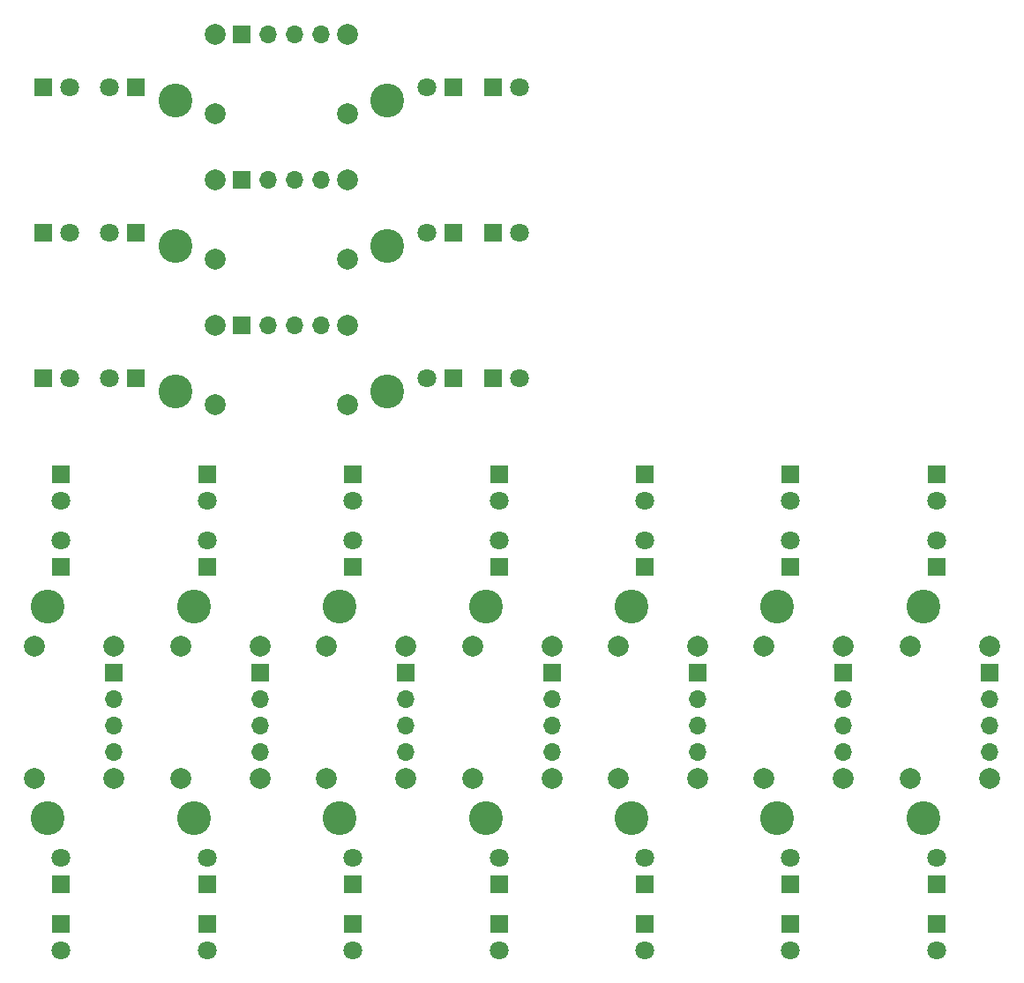
<source format=gbs>
%MOIN*%
%OFA0B0*%
%FSLAX46Y46*%
%IPPOS*%
%LPD*%
%ADD10C,0.0039370078740157488*%
%ADD11R,0.070866141732283464X0.070866141732283464*%
%ADD12C,0.070866141732283464*%
%ADD13C,0.12795275590551181*%
%ADD14C,0.07874015748031496*%
%ADD15R,0.066929133858267723X0.066929133858267723*%
%ADD16O,0.066929133858267723X0.066929133858267723*%
%ADD27C,0.0039370078740157488*%
%ADD28R,0.070866141732283464X0.070866141732283464*%
%ADD29C,0.070866141732283464*%
%ADD30C,0.12795275590551181*%
%ADD31C,0.07874015748031496*%
%ADD32R,0.066929133858267723X0.066929133858267723*%
%ADD33O,0.066929133858267723X0.066929133858267723*%
%ADD34C,0.0039370078740157488*%
%ADD35R,0.070866141732283464X0.070866141732283464*%
%ADD36C,0.070866141732283464*%
%ADD37C,0.12795275590551181*%
%ADD38C,0.07874015748031496*%
%ADD39R,0.066929133858267723X0.066929133858267723*%
%ADD40O,0.066929133858267723X0.066929133858267723*%
%ADD41C,0.0039370078740157488*%
%ADD42R,0.070866141732283464X0.070866141732283464*%
%ADD43C,0.070866141732283464*%
%ADD44C,0.12795275590551181*%
%ADD45C,0.07874015748031496*%
%ADD46R,0.066929133858267723X0.066929133858267723*%
%ADD47O,0.066929133858267723X0.066929133858267723*%
%ADD48C,0.0039370078740157488*%
%ADD49R,0.070866141732283464X0.070866141732283464*%
%ADD50C,0.070866141732283464*%
%ADD51C,0.12795275590551181*%
%ADD52C,0.07874015748031496*%
%ADD53R,0.066929133858267723X0.066929133858267723*%
%ADD54O,0.066929133858267723X0.066929133858267723*%
%ADD55C,0.0039370078740157488*%
%ADD56R,0.070866141732283464X0.070866141732283464*%
%ADD57C,0.070866141732283464*%
%ADD58C,0.12795275590551181*%
%ADD59C,0.07874015748031496*%
%ADD60R,0.066929133858267723X0.066929133858267723*%
%ADD61O,0.066929133858267723X0.066929133858267723*%
%ADD62C,0.0039370078740157488*%
%ADD63R,0.070866141732283464X0.070866141732283464*%
%ADD64C,0.070866141732283464*%
%ADD65C,0.12795275590551181*%
%ADD66C,0.07874015748031496*%
%ADD67R,0.066929133858267723X0.066929133858267723*%
%ADD68O,0.066929133858267723X0.066929133858267723*%
%ADD69C,0.0039370078740157488*%
%ADD70R,0.070866141732283464X0.070866141732283464*%
%ADD71C,0.070866141732283464*%
%ADD72C,0.12795275590551181*%
%ADD73C,0.07874015748031496*%
%ADD74R,0.066929133858267723X0.066929133858267723*%
%ADD75O,0.066929133858267723X0.066929133858267723*%
%ADD76C,0.0039370078740157488*%
%ADD77R,0.070866141732283464X0.070866141732283464*%
%ADD78C,0.070866141732283464*%
%ADD79C,0.12795275590551181*%
%ADD80C,0.07874015748031496*%
%ADD81R,0.066929133858267723X0.066929133858267723*%
%ADD82O,0.066929133858267723X0.066929133858267723*%
%ADD83C,0.0039370078740157488*%
%ADD84R,0.070866141732283464X0.070866141732283464*%
%ADD85C,0.070866141732283464*%
%ADD86C,0.12795275590551181*%
%ADD87C,0.07874015748031496*%
%ADD88R,0.066929133858267723X0.066929133858267723*%
%ADD89O,0.066929133858267723X0.066929133858267723*%
G01*
D10*
D11*
X-0005849999Y0004500000D02*
X0000175000Y0000200000D03*
D12*
X0000175000Y0000100000D03*
D11*
X0000175000Y0000350000D03*
D12*
X0000175000Y0000450000D03*
D13*
X0000125000Y0000600000D03*
X0000125000Y0001400000D03*
D14*
X0000375000Y0001250000D03*
X0000075000Y0001250000D03*
X0000075000Y0000750000D03*
X0000375000Y0000750000D03*
D15*
X0000375000Y0001150000D03*
D16*
X0000375000Y0001050000D03*
X0000375000Y0000950000D03*
X0000375000Y0000850000D03*
D11*
X0000175000Y0001550000D03*
D12*
X0000175000Y0001650000D03*
D11*
X0000175000Y0001900000D03*
D12*
X0000175000Y0001800000D03*
G04 next file*
G04 #@! TF.FileFunction,Soldermask,Bot*
G04 Gerber Fmt 4.6, Leading zero omitted, Abs format (unit mm)*
G04 Created by KiCad (PCBNEW 4.0.7) date 09/15/19 19:52:21*
G01*
G04 APERTURE LIST*
G04 APERTURE END LIST*
D27*
D28*
X-0002492126Y-0003763385D02*
X0001807873Y0002261614D03*
D29*
X0001907873Y0002261614D03*
D28*
X0001657873Y0002261614D03*
D29*
X0001557873Y0002261614D03*
D30*
X0001407873Y0002211614D03*
X0000607873Y0002211614D03*
D31*
X0000757873Y0002461614D03*
X0000757873Y0002161614D03*
X0001257873Y0002161614D03*
X0001257873Y0002461614D03*
D32*
X0000857873Y0002461614D03*
D33*
X0000957873Y0002461614D03*
X0001057873Y0002461614D03*
X0001157873Y0002461614D03*
D28*
X0000457873Y0002261614D03*
D29*
X0000357873Y0002261614D03*
D28*
X0000107873Y0002261614D03*
D29*
X0000207873Y0002261614D03*
G04 next file*
G04 #@! TF.FileFunction,Soldermask,Bot*
G04 Gerber Fmt 4.6, Leading zero omitted, Abs format (unit mm)*
G04 Created by KiCad (PCBNEW 4.0.7) date 09/15/19 19:52:21*
G01*
G04 APERTURE LIST*
G04 APERTURE END LIST*
D34*
D35*
X-0002492126Y-0003212204D02*
X0001807873Y0002812795D03*
D36*
X0001907873Y0002812795D03*
D35*
X0001657873Y0002812795D03*
D36*
X0001557873Y0002812795D03*
D37*
X0001407873Y0002762795D03*
X0000607873Y0002762795D03*
D38*
X0000757873Y0003012795D03*
X0000757873Y0002712795D03*
X0001257873Y0002712795D03*
X0001257873Y0003012795D03*
D39*
X0000857873Y0003012795D03*
D40*
X0000957873Y0003012795D03*
X0001057873Y0003012795D03*
X0001157873Y0003012795D03*
D35*
X0000457873Y0002812795D03*
D36*
X0000357873Y0002812795D03*
D35*
X0000107873Y0002812795D03*
D36*
X0000207873Y0002812795D03*
G04 next file*
G04 #@! TF.FileFunction,Soldermask,Bot*
G04 Gerber Fmt 4.6, Leading zero omitted, Abs format (unit mm)*
G04 Created by KiCad (PCBNEW 4.0.7) date 09/15/19 19:52:21*
G01*
G04 APERTURE LIST*
G04 APERTURE END LIST*
D41*
D42*
X-0002492126Y-0002661023D02*
X0001807873Y0003363976D03*
D43*
X0001907873Y0003363976D03*
D42*
X0001657873Y0003363976D03*
D43*
X0001557873Y0003363976D03*
D44*
X0001407873Y0003313976D03*
X0000607873Y0003313976D03*
D45*
X0000757873Y0003563976D03*
X0000757873Y0003263976D03*
X0001257873Y0003263976D03*
X0001257873Y0003563976D03*
D46*
X0000857873Y0003563976D03*
D47*
X0000957873Y0003563976D03*
X0001057873Y0003563976D03*
X0001157873Y0003563976D03*
D42*
X0000457873Y0003363976D03*
D43*
X0000357873Y0003363976D03*
D42*
X0000107873Y0003363976D03*
D43*
X0000207873Y0003363976D03*
G04 next file*
G04 #@! TF.FileFunction,Soldermask,Bot*
G04 Gerber Fmt 4.6, Leading zero omitted, Abs format (unit mm)*
G04 Created by KiCad (PCBNEW 4.0.7) date 09/15/19 19:52:21*
G01*
G04 APERTURE LIST*
G04 APERTURE END LIST*
D48*
D49*
X-0005298818Y0004500000D02*
X0000726181Y0000200000D03*
D50*
X0000726181Y0000100000D03*
D49*
X0000726181Y0000350000D03*
D50*
X0000726181Y0000450000D03*
D51*
X0000676181Y0000600000D03*
X0000676181Y0001400000D03*
D52*
X0000926181Y0001250000D03*
X0000626181Y0001250000D03*
X0000626181Y0000750000D03*
X0000926181Y0000750000D03*
D53*
X0000926181Y0001150000D03*
D54*
X0000926181Y0001050000D03*
X0000926181Y0000950000D03*
X0000926181Y0000850000D03*
D49*
X0000726181Y0001550000D03*
D50*
X0000726181Y0001650000D03*
D49*
X0000726181Y0001900000D03*
D50*
X0000726181Y0001800000D03*
G04 next file*
G04 #@! TF.FileFunction,Soldermask,Bot*
G04 Gerber Fmt 4.6, Leading zero omitted, Abs format (unit mm)*
G04 Created by KiCad (PCBNEW 4.0.7) date 09/15/19 19:52:21*
G01*
G04 APERTURE LIST*
G04 APERTURE END LIST*
D55*
D56*
X-0004747637Y0004500000D02*
X0001277362Y0000200000D03*
D57*
X0001277362Y0000100000D03*
D56*
X0001277362Y0000350000D03*
D57*
X0001277362Y0000450000D03*
D58*
X0001227362Y0000600000D03*
X0001227362Y0001400000D03*
D59*
X0001477362Y0001250000D03*
X0001177362Y0001250000D03*
X0001177362Y0000750000D03*
X0001477362Y0000750000D03*
D60*
X0001477362Y0001150000D03*
D61*
X0001477362Y0001050000D03*
X0001477362Y0000950000D03*
X0001477362Y0000850000D03*
D56*
X0001277362Y0001550000D03*
D57*
X0001277362Y0001650000D03*
D56*
X0001277362Y0001900000D03*
D57*
X0001277362Y0001800000D03*
G04 next file*
G04 #@! TF.FileFunction,Soldermask,Bot*
G04 Gerber Fmt 4.6, Leading zero omitted, Abs format (unit mm)*
G04 Created by KiCad (PCBNEW 4.0.7) date 09/15/19 19:52:21*
G01*
G04 APERTURE LIST*
G04 APERTURE END LIST*
D62*
D63*
X-0004196456Y0004500000D02*
X0001828543Y0000200000D03*
D64*
X0001828543Y0000100000D03*
D63*
X0001828543Y0000350000D03*
D64*
X0001828543Y0000450000D03*
D65*
X0001778543Y0000600000D03*
X0001778543Y0001400000D03*
D66*
X0002028543Y0001250000D03*
X0001728543Y0001250000D03*
X0001728543Y0000750000D03*
X0002028543Y0000750000D03*
D67*
X0002028543Y0001150000D03*
D68*
X0002028543Y0001050000D03*
X0002028543Y0000950000D03*
X0002028543Y0000850000D03*
D63*
X0001828543Y0001550000D03*
D64*
X0001828543Y0001650000D03*
D63*
X0001828543Y0001900000D03*
D64*
X0001828543Y0001800000D03*
G04 next file*
G04 #@! TF.FileFunction,Soldermask,Bot*
G04 Gerber Fmt 4.6, Leading zero omitted, Abs format (unit mm)*
G04 Created by KiCad (PCBNEW 4.0.7) date 09/15/19 19:52:21*
G01*
G04 APERTURE LIST*
G04 APERTURE END LIST*
D69*
D70*
X-0003645275Y0004500000D02*
X0002379724Y0000200000D03*
D71*
X0002379724Y0000100000D03*
D70*
X0002379724Y0000350000D03*
D71*
X0002379724Y0000450000D03*
D72*
X0002329724Y0000600000D03*
X0002329724Y0001400000D03*
D73*
X0002579724Y0001250000D03*
X0002279724Y0001250000D03*
X0002279724Y0000750000D03*
X0002579724Y0000750000D03*
D74*
X0002579724Y0001150000D03*
D75*
X0002579724Y0001050000D03*
X0002579724Y0000950000D03*
X0002579724Y0000850000D03*
D70*
X0002379724Y0001550000D03*
D71*
X0002379724Y0001650000D03*
D70*
X0002379724Y0001900000D03*
D71*
X0002379724Y0001800000D03*
G04 next file*
G04 #@! TF.FileFunction,Soldermask,Bot*
G04 Gerber Fmt 4.6, Leading zero omitted, Abs format (unit mm)*
G04 Created by KiCad (PCBNEW 4.0.7) date 09/15/19 19:52:21*
G01*
G04 APERTURE LIST*
G04 APERTURE END LIST*
D76*
D77*
X-0003094094Y0004500000D02*
X0002930905Y0000200000D03*
D78*
X0002930905Y0000100000D03*
D77*
X0002930905Y0000350000D03*
D78*
X0002930905Y0000450000D03*
D79*
X0002880905Y0000600000D03*
X0002880905Y0001400000D03*
D80*
X0003130905Y0001250000D03*
X0002830905Y0001250000D03*
X0002830905Y0000750000D03*
X0003130905Y0000750000D03*
D81*
X0003130905Y0001150000D03*
D82*
X0003130905Y0001050000D03*
X0003130905Y0000950000D03*
X0003130905Y0000850000D03*
D77*
X0002930905Y0001550000D03*
D78*
X0002930905Y0001650000D03*
D77*
X0002930905Y0001900000D03*
D78*
X0002930905Y0001800000D03*
G04 next file*
G04 #@! TF.FileFunction,Soldermask,Bot*
G04 Gerber Fmt 4.6, Leading zero omitted, Abs format (unit mm)*
G04 Created by KiCad (PCBNEW 4.0.7) date 09/15/19 19:52:21*
G01*
G04 APERTURE LIST*
G04 APERTURE END LIST*
D83*
D84*
X-0002542913Y0004500000D02*
X0003482086Y0000200000D03*
D85*
X0003482086Y0000100000D03*
D84*
X0003482086Y0000350000D03*
D85*
X0003482086Y0000450000D03*
D86*
X0003432086Y0000600000D03*
X0003432086Y0001400000D03*
D87*
X0003682086Y0001250000D03*
X0003382086Y0001250000D03*
X0003382086Y0000750000D03*
X0003682086Y0000750000D03*
D88*
X0003682086Y0001150000D03*
D89*
X0003682086Y0001050000D03*
X0003682086Y0000950000D03*
X0003682086Y0000850000D03*
D84*
X0003482086Y0001550000D03*
D85*
X0003482086Y0001650000D03*
D84*
X0003482086Y0001900000D03*
D85*
X0003482086Y0001800000D03*
M02*
</source>
